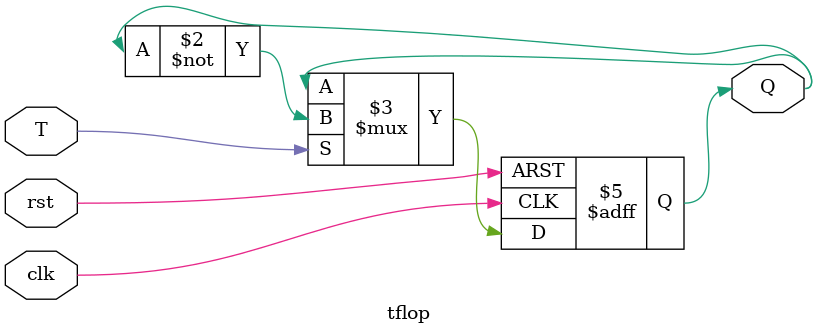
<source format=sv>
`timescale 1ns / 1ps


module tflop(
    input clk,
    input rst,
    input logic T,
    output logic Q
    );
    
    logic Qnot;
    always_ff @(negedge clk or posedge rst) begin
        if(rst) begin
            Q <= 1'b0;           
        end
        else begin
            if(T) begin
                Q <= ~Q;
            end
        end
        
    end
endmodule

</source>
